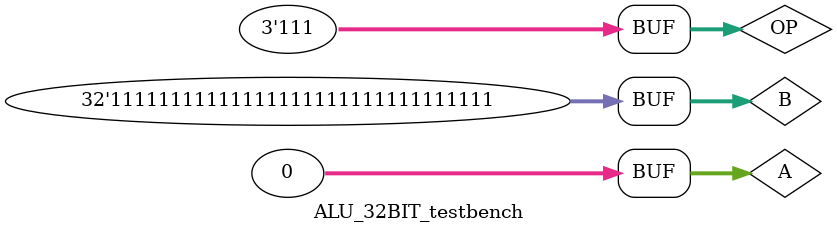
<source format=v>
`define DELAY 20
module ALU_32BIT_testbench(); 
    wire [31:0]resAlu32;
    wire c_out;
	 wire V;
	 wire Z;
    reg [31:0]A;
    reg [31:0]B;
    reg [2:0]OP;

ALU_32BIT alu32tb(resAlu32,c_out,V,Z,A,B,OP);

initial begin
A = 32'b10101010101010101010101010101010; 
B = 32'b01010101010101010101010101010101;
OP = 3'b000;
#`DELAY;
A = 32'b10101010101010101010101010101010; 
B = 32'b01010101010101010101010101010101;
OP = 3'b001;
#`DELAY;
A = 32'b00000000000000000000000000001100; 
B = 32'b00000000000000000000000000001010;
OP = 3'b010;
#`DELAY;
A = 32'b00000000000000000000000000001100; 
B = 32'b00000000000000000000000000001010;
OP = 3'b110;
#`DELAY;
A = 32'b00000000000000000000000000001100; 
B = 32'b00000000000000000000000000001100;
OP = 3'b110;
#`DELAY;
A = 32'b11111111111111111111111111111111; 
B = 32'b11111111111111111111111111111111;
OP = 3'b010;
#`DELAY;
B = 32'b11111111111111111111111111111111; 
A = 32'b00000000000000000000000000000000;
OP = 3'b111;
end
 
 
initial
begin
$monitor("time = %2d, A =%32b, B =%32b, OP =%3b, R =%32b c_out =%1b Z=%1b", $time, A, B, OP ,resAlu32,c_out, Z);
end
 
endmodule
</source>
